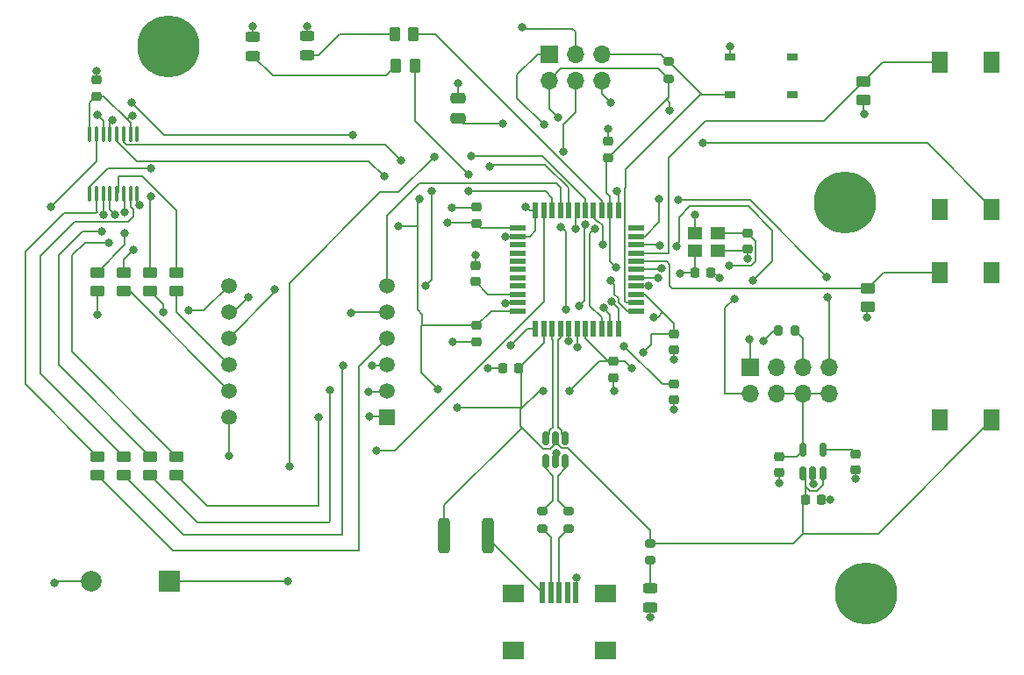
<source format=gbr>
%TF.GenerationSoftware,KiCad,Pcbnew,(7.0.0)*%
%TF.CreationDate,2023-04-20T13:48:57-06:00*%
%TF.ProjectId,Phase_B_ATMEGA_v3,50686173-655f-4425-9f41-544d4547415f,rev?*%
%TF.SameCoordinates,Original*%
%TF.FileFunction,Copper,L1,Top*%
%TF.FilePolarity,Positive*%
%FSLAX46Y46*%
G04 Gerber Fmt 4.6, Leading zero omitted, Abs format (unit mm)*
G04 Created by KiCad (PCBNEW (7.0.0)) date 2023-04-20 13:48:57*
%MOMM*%
%LPD*%
G01*
G04 APERTURE LIST*
G04 Aperture macros list*
%AMRoundRect*
0 Rectangle with rounded corners*
0 $1 Rounding radius*
0 $2 $3 $4 $5 $6 $7 $8 $9 X,Y pos of 4 corners*
0 Add a 4 corners polygon primitive as box body*
4,1,4,$2,$3,$4,$5,$6,$7,$8,$9,$2,$3,0*
0 Add four circle primitives for the rounded corners*
1,1,$1+$1,$2,$3*
1,1,$1+$1,$4,$5*
1,1,$1+$1,$6,$7*
1,1,$1+$1,$8,$9*
0 Add four rect primitives between the rounded corners*
20,1,$1+$1,$2,$3,$4,$5,0*
20,1,$1+$1,$4,$5,$6,$7,0*
20,1,$1+$1,$6,$7,$8,$9,0*
20,1,$1+$1,$8,$9,$2,$3,0*%
G04 Aperture macros list end*
%TA.AperFunction,SMDPad,CuDef*%
%ADD10RoundRect,0.225000X-0.225000X-0.250000X0.225000X-0.250000X0.225000X0.250000X-0.225000X0.250000X0*%
%TD*%
%TA.AperFunction,ComponentPad*%
%ADD11R,1.500000X1.500000*%
%TD*%
%TA.AperFunction,ComponentPad*%
%ADD12C,1.500000*%
%TD*%
%TA.AperFunction,SMDPad,CuDef*%
%ADD13RoundRect,0.243750X-0.456250X0.243750X-0.456250X-0.243750X0.456250X-0.243750X0.456250X0.243750X0*%
%TD*%
%TA.AperFunction,SMDPad,CuDef*%
%ADD14RoundRect,0.200000X0.275000X-0.200000X0.275000X0.200000X-0.275000X0.200000X-0.275000X-0.200000X0*%
%TD*%
%TA.AperFunction,SMDPad,CuDef*%
%ADD15RoundRect,0.243750X0.456250X-0.243750X0.456250X0.243750X-0.456250X0.243750X-0.456250X-0.243750X0*%
%TD*%
%TA.AperFunction,SMDPad,CuDef*%
%ADD16RoundRect,0.250000X-0.450000X0.262500X-0.450000X-0.262500X0.450000X-0.262500X0.450000X0.262500X0*%
%TD*%
%TA.AperFunction,ComponentPad*%
%ADD17C,6.000000*%
%TD*%
%TA.AperFunction,SMDPad,CuDef*%
%ADD18RoundRect,0.100000X0.100000X-0.637500X0.100000X0.637500X-0.100000X0.637500X-0.100000X-0.637500X0*%
%TD*%
%TA.AperFunction,SMDPad,CuDef*%
%ADD19R,0.550000X1.500000*%
%TD*%
%TA.AperFunction,SMDPad,CuDef*%
%ADD20R,1.500000X0.550000*%
%TD*%
%TA.AperFunction,SMDPad,CuDef*%
%ADD21RoundRect,0.150000X0.150000X-0.512500X0.150000X0.512500X-0.150000X0.512500X-0.150000X-0.512500X0*%
%TD*%
%TA.AperFunction,SMDPad,CuDef*%
%ADD22RoundRect,0.225000X-0.250000X0.225000X-0.250000X-0.225000X0.250000X-0.225000X0.250000X0.225000X0*%
%TD*%
%TA.AperFunction,SMDPad,CuDef*%
%ADD23RoundRect,0.225000X0.250000X-0.225000X0.250000X0.225000X-0.250000X0.225000X-0.250000X-0.225000X0*%
%TD*%
%TA.AperFunction,SMDPad,CuDef*%
%ADD24R,1.500000X2.000000*%
%TD*%
%TA.AperFunction,ComponentPad*%
%ADD25R,1.700000X1.700000*%
%TD*%
%TA.AperFunction,ComponentPad*%
%ADD26O,1.700000X1.700000*%
%TD*%
%TA.AperFunction,SMDPad,CuDef*%
%ADD27RoundRect,0.200000X-0.200000X-0.275000X0.200000X-0.275000X0.200000X0.275000X-0.200000X0.275000X0*%
%TD*%
%TA.AperFunction,SMDPad,CuDef*%
%ADD28R,0.500000X2.000000*%
%TD*%
%TA.AperFunction,SMDPad,CuDef*%
%ADD29R,2.000000X1.700000*%
%TD*%
%TA.AperFunction,ComponentPad*%
%ADD30R,2.000000X2.000000*%
%TD*%
%TA.AperFunction,ComponentPad*%
%ADD31C,2.000000*%
%TD*%
%TA.AperFunction,SMDPad,CuDef*%
%ADD32R,1.000000X0.700000*%
%TD*%
%TA.AperFunction,SMDPad,CuDef*%
%ADD33RoundRect,0.250000X0.312500X1.450000X-0.312500X1.450000X-0.312500X-1.450000X0.312500X-1.450000X0*%
%TD*%
%TA.AperFunction,SMDPad,CuDef*%
%ADD34RoundRect,0.250000X0.475000X-0.250000X0.475000X0.250000X-0.475000X0.250000X-0.475000X-0.250000X0*%
%TD*%
%TA.AperFunction,SMDPad,CuDef*%
%ADD35RoundRect,0.200000X-0.275000X0.200000X-0.275000X-0.200000X0.275000X-0.200000X0.275000X0.200000X0*%
%TD*%
%TA.AperFunction,SMDPad,CuDef*%
%ADD36R,1.400000X1.200000*%
%TD*%
%TA.AperFunction,SMDPad,CuDef*%
%ADD37RoundRect,0.250000X0.262500X0.450000X-0.262500X0.450000X-0.262500X-0.450000X0.262500X-0.450000X0*%
%TD*%
%TA.AperFunction,SMDPad,CuDef*%
%ADD38RoundRect,0.225000X0.225000X0.250000X-0.225000X0.250000X-0.225000X-0.250000X0.225000X-0.250000X0*%
%TD*%
%TA.AperFunction,ViaPad*%
%ADD39C,0.800000*%
%TD*%
%TA.AperFunction,Conductor*%
%ADD40C,0.203200*%
%TD*%
G04 APERTURE END LIST*
D10*
%TO.P,C3,1*%
%TO.N,XTAL2*%
X159217000Y-52070000D03*
%TO.P,C3,2*%
%TO.N,GND*%
X160767000Y-52070000D03*
%TD*%
D11*
%TO.P,U1,1,e*%
%TO.N,Net-(U1-e)*%
X129539999Y-66039999D03*
D12*
%TO.P,U1,2,d*%
%TO.N,Net-(U1-d)*%
X129540000Y-63500000D03*
%TO.P,U1,3,DPX*%
%TO.N,Net-(U1-DPX)*%
X129540000Y-60960000D03*
%TO.P,U1,4,c*%
%TO.N,Net-(U1-c)*%
X129540000Y-58420000D03*
%TO.P,U1,5,g*%
%TO.N,Net-(U1-g)*%
X129540000Y-55880000D03*
%TO.P,U1,6,CA4*%
%TO.N,Dig4*%
X129540000Y-53340000D03*
%TO.P,U1,7,b*%
%TO.N,Net-(U1-b)*%
X114300000Y-53340000D03*
%TO.P,U1,8,CA3*%
%TO.N,Dig3*%
X114300000Y-55880000D03*
%TO.P,U1,9,CA2*%
%TO.N,Dig2*%
X114300000Y-58420000D03*
%TO.P,U1,10,f*%
%TO.N,Net-(U1-f)*%
X114300000Y-60960000D03*
%TO.P,U1,11,a*%
%TO.N,Net-(U1-a)*%
X114300000Y-63500000D03*
%TO.P,U1,12,CA1*%
%TO.N,Dig1*%
X114300000Y-66040000D03*
%TD*%
D13*
%TO.P,D2,1,K*%
%TO.N,GND*%
X121793000Y-29240000D03*
%TO.P,D2,2,A*%
%TO.N,Net-(D2-A)*%
X121793000Y-31115000D03*
%TD*%
D14*
%TO.P,R15,1*%
%TO.N,Net-(J2-D-)*%
X144515000Y-76822500D03*
%TO.P,R15,2*%
%TO.N,USB_CONN_D-*%
X144515000Y-75172500D03*
%TD*%
D15*
%TO.P,D3,1,K*%
%TO.N,GND*%
X154940000Y-84425000D03*
%TO.P,D3,2,A*%
%TO.N,Net-(D3-A)*%
X154940000Y-82550000D03*
%TD*%
D16*
%TO.P,R11,1*%
%TO.N,g*%
X101600000Y-52070000D03*
%TO.P,R11,2*%
%TO.N,Net-(U1-g)*%
X101600000Y-53895000D03*
%TD*%
D17*
%TO.P,REF\u002A\u002A,1*%
%TO.N,N/C*%
X175768000Y-83108800D03*
%TD*%
D18*
%TO.P,U2,1,QB*%
%TO.N,b*%
X100860000Y-44450000D03*
%TO.P,U2,2,QC*%
%TO.N,c*%
X101510000Y-44450000D03*
%TO.P,U2,3,QD*%
%TO.N,d*%
X102160000Y-44450000D03*
%TO.P,U2,4,QE*%
%TO.N,e*%
X102810000Y-44450000D03*
%TO.P,U2,5,QF*%
%TO.N,f*%
X103460000Y-44450000D03*
%TO.P,U2,6,QG*%
%TO.N,g*%
X104110000Y-44450000D03*
%TO.P,U2,7,QH*%
%TO.N,dp*%
X104760000Y-44450000D03*
%TO.P,U2,8,GND*%
%TO.N,GND*%
X105410000Y-44450000D03*
%TO.P,U2,9,QH'*%
%TO.N,unconnected-(U2-QH'-Pad9)*%
X105410000Y-38725000D03*
%TO.P,U2,10,~{SRCLR}*%
%TO.N,+5V*%
X104760000Y-38725000D03*
%TO.P,U2,11,SRCLK*%
%TO.N,SH_CP*%
X104110000Y-38725000D03*
%TO.P,U2,12,RCLK*%
%TO.N,ST_CP*%
X103460000Y-38725000D03*
%TO.P,U2,13,~{OE}*%
%TO.N,GND*%
X102810000Y-38725000D03*
%TO.P,U2,14,SER*%
%TO.N,DS*%
X102160000Y-38725000D03*
%TO.P,U2,15,QA*%
%TO.N,a*%
X101510000Y-38725000D03*
%TO.P,U2,16,VCC*%
%TO.N,+5V*%
X100860000Y-38725000D03*
%TD*%
D19*
%TO.P,U3,1,PE6*%
%TO.N,SH_CP*%
X143854999Y-57504999D03*
%TO.P,U3,2,UVCC*%
%TO.N,+5V*%
X144654999Y-57504999D03*
%TO.P,U3,3,D-*%
%TO.N,USB_D-*%
X145454999Y-57504999D03*
%TO.P,U3,4,D+*%
%TO.N,USB_D+*%
X146254999Y-57504999D03*
%TO.P,U3,5,UGND*%
%TO.N,GND*%
X147054999Y-57504999D03*
%TO.P,U3,6,UCAP*%
%TO.N,/UCAP*%
X147854999Y-57504999D03*
%TO.P,U3,7,VBUS*%
%TO.N,+5V*%
X148654999Y-57504999D03*
%TO.P,U3,8,PB0*%
%TO.N,unconnected-(U3-PB0-Pad8)*%
X149454999Y-57504999D03*
%TO.P,U3,9,PB1*%
%TO.N,SCK*%
X150254999Y-57504999D03*
%TO.P,U3,10,PB2*%
%TO.N,MOSI*%
X151054999Y-57504999D03*
%TO.P,U3,11,PB3*%
%TO.N,MISO*%
X151854999Y-57504999D03*
D20*
%TO.P,U3,12,PB7*%
%TO.N,Dig3*%
X153554999Y-55804999D03*
%TO.P,U3,13,~{RESET}*%
%TO.N,RST*%
X153554999Y-55004999D03*
%TO.P,U3,14,VCC*%
%TO.N,+5V*%
X153554999Y-54204999D03*
%TO.P,U3,15,GND*%
%TO.N,GND*%
X153554999Y-53404999D03*
%TO.P,U3,16,XTAL2*%
%TO.N,XTAL2*%
X153554999Y-52604999D03*
%TO.P,U3,17,XTAL1*%
%TO.N,XTAL1*%
X153554999Y-51804999D03*
%TO.P,U3,18,PD0*%
%TO.N,Button_2*%
X153554999Y-51004999D03*
%TO.P,U3,19,PD1*%
%TO.N,Button_1*%
X153554999Y-50204999D03*
%TO.P,U3,20,PD2*%
%TO.N,TX*%
X153554999Y-49404999D03*
%TO.P,U3,21,PD3*%
%TO.N,RX*%
X153554999Y-48604999D03*
%TO.P,U3,22,PD5*%
%TO.N,unconnected-(U3-PD5-Pad22)*%
X153554999Y-47804999D03*
D19*
%TO.P,U3,23,GND*%
%TO.N,GND*%
X151854999Y-46104999D03*
%TO.P,U3,24,AVCC*%
%TO.N,+5V*%
X151054999Y-46104999D03*
%TO.P,U3,25,PD4*%
%TO.N,GREEN_LED*%
X150254999Y-46104999D03*
%TO.P,U3,26,PD6*%
%TO.N,Dig2*%
X149454999Y-46104999D03*
%TO.P,U3,27,PD7*%
%TO.N,Buzzer*%
X148654999Y-46104999D03*
%TO.P,U3,28,PB4*%
%TO.N,ST_CP*%
X147854999Y-46104999D03*
%TO.P,U3,29,PB5*%
%TO.N,DS*%
X147054999Y-46104999D03*
%TO.P,U3,30,PB6*%
%TO.N,Dig4*%
X146254999Y-46104999D03*
%TO.P,U3,31,PC6*%
%TO.N,RED_LED*%
X145454999Y-46104999D03*
%TO.P,U3,32,PC7*%
%TO.N,Dig1*%
X144654999Y-46104999D03*
%TO.P,U3,33,~{HWB}/PE2*%
%TO.N,GND*%
X143854999Y-46104999D03*
D20*
%TO.P,U3,34,VCC*%
%TO.N,+5V*%
X142154999Y-47804999D03*
%TO.P,U3,35,GND*%
%TO.N,GND*%
X142154999Y-48604999D03*
%TO.P,U3,36,PF7*%
%TO.N,unconnected-(U3-PF7-Pad36)*%
X142154999Y-49404999D03*
%TO.P,U3,37,PF6*%
%TO.N,unconnected-(U3-PF6-Pad37)*%
X142154999Y-50204999D03*
%TO.P,U3,38,PF5*%
%TO.N,unconnected-(U3-PF5-Pad38)*%
X142154999Y-51004999D03*
%TO.P,U3,39,PF4*%
%TO.N,unconnected-(U3-PF4-Pad39)*%
X142154999Y-51804999D03*
%TO.P,U3,40,PF1*%
%TO.N,unconnected-(U3-PF1-Pad40)*%
X142154999Y-52604999D03*
%TO.P,U3,41,PF0*%
%TO.N,unconnected-(U3-PF0-Pad41)*%
X142154999Y-53404999D03*
%TO.P,U3,42,AREF*%
%TO.N,/AREF*%
X142154999Y-54204999D03*
%TO.P,U3,43,GND*%
%TO.N,GND*%
X142154999Y-55004999D03*
%TO.P,U3,44,AVCC*%
%TO.N,+5V*%
X142154999Y-55804999D03*
%TD*%
D14*
%TO.P,R13,1*%
%TO.N,+5V*%
X156718000Y-33375600D03*
%TO.P,R13,2*%
%TO.N,RST*%
X156718000Y-31725600D03*
%TD*%
D17*
%TO.P,REF\u002A\u002A,1*%
%TO.N,N/C*%
X173685200Y-45313600D03*
%TD*%
%TO.P,REF\u002A\u002A,1*%
%TO.N,N/C*%
X108458000Y-30276800D03*
%TD*%
D21*
%TO.P,U5,1,VIN*%
%TO.N,+5V*%
X169672000Y-71501000D03*
%TO.P,U5,2,GND*%
%TO.N,GND*%
X170622000Y-71501000D03*
%TO.P,U5,3,ON/~{OFF}*%
%TO.N,+5V*%
X171572000Y-71501000D03*
%TO.P,U5,4,BP*%
%TO.N,Net-(U5-BP)*%
X171572000Y-69226000D03*
%TO.P,U5,5,VOUT*%
%TO.N,+3.3V*%
X169672000Y-69226000D03*
%TD*%
D16*
%TO.P,R8,1*%
%TO.N,d*%
X106680000Y-69850000D03*
%TO.P,R8,2*%
%TO.N,Net-(U1-d)*%
X106680000Y-71675000D03*
%TD*%
D22*
%TO.P,C15,1*%
%TO.N,Net-(U5-BP)*%
X174752000Y-69596000D03*
%TO.P,C15,2*%
%TO.N,GND*%
X174752000Y-71146000D03*
%TD*%
D16*
%TO.P,R7,1*%
%TO.N,c*%
X101600000Y-69850000D03*
%TO.P,R7,2*%
%TO.N,Net-(U1-c)*%
X101600000Y-71675000D03*
%TD*%
D23*
%TO.P,C12,1*%
%TO.N,/AREF*%
X138049000Y-52959000D03*
%TO.P,C12,2*%
%TO.N,GND*%
X138049000Y-51409000D03*
%TD*%
D24*
%TO.P,S2,A1,NO_1*%
%TO.N,unconnected-(S2-NO_1-PadA1)*%
X182879999Y-66369999D03*
%TO.P,S2,B1,NO_2*%
%TO.N,Button_2*%
X182879999Y-52069999D03*
%TO.P,S2,C1,COM_1*%
%TO.N,+5V*%
X187879999Y-66369999D03*
%TO.P,S2,D1,COM_2*%
%TO.N,unconnected-(S2-COM_2-PadD1)*%
X187879999Y-52069999D03*
%TD*%
D25*
%TO.P,J1,1,MISO*%
%TO.N,MISO*%
X145160999Y-30987999D03*
D26*
%TO.P,J1,2,VCC*%
%TO.N,+5V*%
X145160999Y-33527999D03*
%TO.P,J1,3,SCK*%
%TO.N,SCK*%
X147700999Y-30987999D03*
%TO.P,J1,4,MOSI*%
%TO.N,MOSI*%
X147700999Y-33527999D03*
%TO.P,J1,5,~{RST}*%
%TO.N,RST*%
X150240999Y-30987999D03*
%TO.P,J1,6,GND*%
%TO.N,GND*%
X150240999Y-33527999D03*
%TD*%
D16*
%TO.P,R1,1*%
%TO.N,Button_1*%
X175514000Y-33608000D03*
%TO.P,R1,2*%
%TO.N,GND*%
X175514000Y-35433000D03*
%TD*%
D23*
%TO.P,C2,1*%
%TO.N,GND*%
X164297000Y-49810000D03*
%TO.P,C2,2*%
%TO.N,XTAL1*%
X164297000Y-48260000D03*
%TD*%
D27*
%TO.P,R17,1*%
%TO.N,+3.3V*%
X167257000Y-57674000D03*
%TO.P,R17,2*%
%TO.N,Net-(J3-Pin_5)*%
X168907000Y-57674000D03*
%TD*%
D16*
%TO.P,R10,1*%
%TO.N,f*%
X109220000Y-52070000D03*
%TO.P,R10,2*%
%TO.N,Net-(U1-f)*%
X109220000Y-53895000D03*
%TD*%
D28*
%TO.P,J2,1,VBUS*%
%TO.N,Net-(J2-VBUS)*%
X144524999Y-83012499D03*
%TO.P,J2,2,D-*%
%TO.N,Net-(J2-D-)*%
X145324999Y-83012499D03*
%TO.P,J2,3,D+*%
%TO.N,Net-(J2-D+)*%
X146124999Y-83012499D03*
%TO.P,J2,4,ID*%
%TO.N,unconnected-(J2-ID-Pad4)*%
X146924999Y-83012499D03*
%TO.P,J2,5,GND*%
%TO.N,GND*%
X147724999Y-83012499D03*
D29*
%TO.P,J2,6,Shield*%
%TO.N,unconnected-(J2-Shield-Pad6)*%
X141674999Y-83112499D03*
X141674999Y-88562499D03*
X150574999Y-83112499D03*
X150574999Y-88562499D03*
%TD*%
D23*
%TO.P,C7,1*%
%TO.N,+5V*%
X138165000Y-47345000D03*
%TO.P,C7,2*%
%TO.N,GND*%
X138165000Y-45795000D03*
%TD*%
D30*
%TO.P,LS1,1,1*%
%TO.N,Buzzer*%
X108564999Y-81914999D03*
D31*
%TO.P,LS1,2,2*%
%TO.N,GND*%
X100965000Y-81915000D03*
%TD*%
D22*
%TO.P,C9,1*%
%TO.N,/UCAP*%
X157226000Y-62865000D03*
%TO.P,C9,2*%
%TO.N,GND*%
X157226000Y-64415000D03*
%TD*%
D16*
%TO.P,R5,1*%
%TO.N,a*%
X104140000Y-52070000D03*
%TO.P,R5,2*%
%TO.N,Net-(U1-a)*%
X104140000Y-53895000D03*
%TD*%
D21*
%TO.P,U4,1,I/O1*%
%TO.N,USB_CONN_D-*%
X144835000Y-70340000D03*
%TO.P,U4,2,GND*%
%TO.N,GND*%
X145785000Y-70340000D03*
%TO.P,U4,3,I/O2*%
%TO.N,USB_CONN_D+*%
X146735000Y-70340000D03*
%TO.P,U4,4,I/O2*%
%TO.N,USB_D+*%
X146735000Y-68065000D03*
%TO.P,U4,5,VBUS*%
%TO.N,+5V*%
X145785000Y-68065000D03*
%TO.P,U4,6,I/O1*%
%TO.N,USB_D-*%
X144835000Y-68065000D03*
%TD*%
D16*
%TO.P,R6,1*%
%TO.N,b*%
X106680000Y-52070000D03*
%TO.P,R6,2*%
%TO.N,Net-(U1-b)*%
X106680000Y-53895000D03*
%TD*%
D32*
%TO.P,S3,1*%
%TO.N,GND*%
X162655999Y-31241999D03*
%TO.P,S3,2*%
%TO.N,N/C*%
X168655999Y-31241999D03*
%TO.P,S3,3*%
%TO.N,RST*%
X162655999Y-34941999D03*
%TO.P,S3,4*%
%TO.N,N/C*%
X168655999Y-34941999D03*
%TD*%
D16*
%TO.P,R9,1*%
%TO.N,e*%
X109220000Y-69850000D03*
%TO.P,R9,2*%
%TO.N,Net-(U1-e)*%
X109220000Y-71675000D03*
%TD*%
D23*
%TO.P,C1,1*%
%TO.N,+5V*%
X101473000Y-35052000D03*
%TO.P,C1,2*%
%TO.N,GND*%
X101473000Y-33502000D03*
%TD*%
D33*
%TO.P,F1,1*%
%TO.N,Net-(J2-VBUS)*%
X139297500Y-77470000D03*
%TO.P,F1,2*%
%TO.N,+5V*%
X135022500Y-77470000D03*
%TD*%
D34*
%TO.P,C8,1*%
%TO.N,+5V*%
X136347200Y-37185600D03*
%TO.P,C8,2*%
%TO.N,GND*%
X136347200Y-35285600D03*
%TD*%
D16*
%TO.P,R2,1*%
%TO.N,Button_2*%
X175895000Y-53594000D03*
%TO.P,R2,2*%
%TO.N,GND*%
X175895000Y-55419000D03*
%TD*%
D25*
%TO.P,J3,1,Pin_1*%
%TO.N,GND*%
X164591999Y-61213999D03*
D26*
%TO.P,J3,2,Pin_2*%
%TO.N,TX*%
X164591999Y-63753999D03*
%TO.P,J3,3,Pin_3*%
%TO.N,unconnected-(J3-Pin_3-Pad3)*%
X167131999Y-61213999D03*
%TO.P,J3,4,Pin_4*%
%TO.N,+3.3V*%
X167131999Y-63753999D03*
%TO.P,J3,5,Pin_5*%
%TO.N,Net-(J3-Pin_5)*%
X169671999Y-61213999D03*
%TO.P,J3,6,Pin_6*%
%TO.N,+3.3V*%
X169671999Y-63753999D03*
%TO.P,J3,7,Pin_7*%
%TO.N,RX*%
X172211999Y-61213999D03*
%TO.P,J3,8,Pin_8*%
%TO.N,+3.3V*%
X172211999Y-63753999D03*
%TD*%
D10*
%TO.P,C13,1*%
%TO.N,+5V*%
X169900000Y-74041000D03*
%TO.P,C13,2*%
%TO.N,GND*%
X171450000Y-74041000D03*
%TD*%
D35*
%TO.P,R16,1*%
%TO.N,+5V*%
X154940000Y-78233000D03*
%TO.P,R16,2*%
%TO.N,Net-(D3-A)*%
X154940000Y-79883000D03*
%TD*%
D36*
%TO.P,Y1,1,1*%
%TO.N,XTAL1*%
X161416999Y-48259999D03*
%TO.P,Y1,2,2*%
%TO.N,GND*%
X159216999Y-48259999D03*
%TO.P,Y1,3,3*%
%TO.N,XTAL2*%
X159216999Y-49959999D03*
%TO.P,Y1,4,4*%
%TO.N,GND*%
X161416999Y-49959999D03*
%TD*%
D37*
%TO.P,R4,1*%
%TO.N,GREEN_LED*%
X132103500Y-29083000D03*
%TO.P,R4,2*%
%TO.N,Net-(D2-A)*%
X130278500Y-29083000D03*
%TD*%
D22*
%TO.P,C6,1*%
%TO.N,+5V*%
X138165000Y-57225000D03*
%TO.P,C6,2*%
%TO.N,GND*%
X138165000Y-58775000D03*
%TD*%
%TO.P,C14,1*%
%TO.N,+3.3V*%
X167386000Y-69850000D03*
%TO.P,C14,2*%
%TO.N,GND*%
X167386000Y-71400000D03*
%TD*%
D14*
%TO.P,R14,1*%
%TO.N,Net-(J2-D+)*%
X147055000Y-76822500D03*
%TO.P,R14,2*%
%TO.N,USB_CONN_D+*%
X147055000Y-75172500D03*
%TD*%
D38*
%TO.P,C5,1*%
%TO.N,+5V*%
X142255000Y-61315000D03*
%TO.P,C5,2*%
%TO.N,GND*%
X140705000Y-61315000D03*
%TD*%
D22*
%TO.P,C11,1*%
%TO.N,+5V*%
X157215000Y-58000000D03*
%TO.P,C11,2*%
%TO.N,GND*%
X157215000Y-59550000D03*
%TD*%
D24*
%TO.P,S1,A1,NO_1*%
%TO.N,unconnected-(S1-NO_1-PadA1)*%
X182879999Y-46049999D03*
%TO.P,S1,B1,NO_2*%
%TO.N,Button_1*%
X182879999Y-31749999D03*
%TO.P,S1,C1,COM_1*%
%TO.N,+5V*%
X187879999Y-46049999D03*
%TO.P,S1,D1,COM_2*%
%TO.N,unconnected-(S1-COM_2-PadD1)*%
X187879999Y-31749999D03*
%TD*%
D22*
%TO.P,C4,1*%
%TO.N,+5V*%
X151384000Y-60680000D03*
%TO.P,C4,2*%
%TO.N,GND*%
X151384000Y-62230000D03*
%TD*%
D23*
%TO.P,C10,1*%
%TO.N,+5V*%
X150865000Y-40995000D03*
%TO.P,C10,2*%
%TO.N,GND*%
X150865000Y-39445000D03*
%TD*%
D16*
%TO.P,R12,1*%
%TO.N,dp*%
X104140000Y-69850000D03*
%TO.P,R12,2*%
%TO.N,Net-(U1-DPX)*%
X104140000Y-71675000D03*
%TD*%
D37*
%TO.P,R3,1*%
%TO.N,RED_LED*%
X132230500Y-32131000D03*
%TO.P,R3,2*%
%TO.N,Net-(D1-A)*%
X130405500Y-32131000D03*
%TD*%
D13*
%TO.P,D1,1,K*%
%TO.N,GND*%
X116586000Y-29288500D03*
%TO.P,D1,2,A*%
%TO.N,Net-(D1-A)*%
X116586000Y-31163500D03*
%TD*%
D39*
%TO.N,GND*%
X142900400Y-45720000D03*
%TO.N,+5V*%
X147167600Y-63500000D03*
X132689600Y-45008800D03*
X105003600Y-36982400D03*
X160020000Y-39573200D03*
X155244800Y-56388000D03*
X130657600Y-47599600D03*
X145999200Y-37134800D03*
X151587200Y-51562000D03*
X144576800Y-63500000D03*
X156819600Y-36474400D03*
X154279600Y-59791600D03*
X136296400Y-65125600D03*
X140665200Y-37744400D03*
X153162000Y-61366400D03*
X134467600Y-63398400D03*
X135331200Y-47294800D03*
%TO.N,GND*%
X105664000Y-45618400D03*
X140919200Y-48615600D03*
X139242800Y-61366400D03*
X116586000Y-28295600D03*
X147015200Y-58724800D03*
X151079200Y-35712400D03*
X161594800Y-52628800D03*
X135839200Y-58775600D03*
X175869600Y-56388000D03*
X97434400Y-82042000D03*
X154940000Y-85344000D03*
X150825200Y-38201600D03*
X151739600Y-44196000D03*
X159207200Y-46482000D03*
X175564800Y-36779200D03*
X147777200Y-81534000D03*
X164338000Y-50749200D03*
X170637200Y-72491600D03*
X162661600Y-30276800D03*
X136398000Y-33832800D03*
X157226000Y-60452000D03*
X157226000Y-65328800D03*
X101498400Y-32613600D03*
X151434800Y-63550800D03*
X172313600Y-74015600D03*
X140919200Y-55067200D03*
X135788400Y-45872400D03*
X121818400Y-28295600D03*
X145864942Y-69535709D03*
X103022400Y-37338000D03*
X167335200Y-72440800D03*
X154736800Y-53390800D03*
X138074400Y-50444400D03*
X174752000Y-72034400D03*
X164490400Y-58521600D03*
%TO.N,XTAL1*%
X156057600Y-51714400D03*
X162509200Y-51460400D03*
%TO.N,XTAL2*%
X157808819Y-52161500D03*
X155663746Y-52633032D03*
%TO.N,/UCAP*%
X152400000Y-59182000D03*
X147878800Y-59283600D03*
%TO.N,+3.3V*%
X165862000Y-58674000D03*
%TO.N,MISO*%
X148082000Y-55321200D03*
X151194928Y-54887520D03*
X148652420Y-47477444D03*
X144678400Y-37835900D03*
%TO.N,SCK*%
X142544800Y-28397200D03*
X149578644Y-47853096D03*
%TO.N,MOSI*%
X146761200Y-55626000D03*
X150418800Y-55524400D03*
X146307022Y-47671872D03*
X146558000Y-40436800D03*
%TO.N,TX*%
X164846000Y-52882800D03*
X163017200Y-54610000D03*
X155854400Y-49479200D03*
X157480000Y-49580800D03*
%TO.N,RX*%
X155752800Y-45008800D03*
X172008800Y-54457600D03*
X157632400Y-45110400D03*
X171958000Y-52527200D03*
%TO.N,Buzzer*%
X134112000Y-40894000D03*
X119989600Y-81940400D03*
X137617200Y-40843200D03*
X120091200Y-70815200D03*
%TO.N,RED_LED*%
X137414000Y-42621200D03*
X137414000Y-44246800D03*
%TO.N,a*%
X97129600Y-45720000D03*
X105054400Y-49885600D03*
%TO.N,b*%
X106730800Y-42052300D03*
X106730800Y-44754800D03*
%TO.N,Net-(U1-b)*%
X110388400Y-55778400D03*
X107950000Y-55930800D03*
%TO.N,d*%
X102209600Y-46482000D03*
X102016500Y-48128787D03*
%TO.N,Net-(U1-d)*%
X124002800Y-63449200D03*
X127762000Y-63601600D03*
%TO.N,e*%
X102717600Y-49184500D03*
X103265865Y-46495472D03*
%TO.N,Net-(U1-e)*%
X122936000Y-66040000D03*
X127863600Y-65989200D03*
%TO.N,g*%
X104241600Y-46278800D03*
X104241600Y-48310800D03*
%TO.N,Net-(U1-g)*%
X126034800Y-55981600D03*
X101600000Y-56184800D03*
%TO.N,Net-(U1-DPX)*%
X128117600Y-61061600D03*
X125323600Y-61061600D03*
%TO.N,Dig3*%
X116128800Y-54457600D03*
X151079200Y-52882800D03*
%TO.N,Dig2*%
X118719600Y-53695600D03*
X150353900Y-49395459D03*
%TO.N,Dig1*%
X114249200Y-69799200D03*
X128473200Y-69291200D03*
%TO.N,SH_CP*%
X133248400Y-53340000D03*
X133807200Y-44246800D03*
X130860800Y-41300400D03*
X141474078Y-59105629D03*
%TO.N,ST_CP*%
X129235200Y-42824400D03*
X147726400Y-47853600D03*
%TO.N,DS*%
X139395200Y-41859200D03*
X104851200Y-35661600D03*
X126187200Y-38811200D03*
X101600000Y-36880800D03*
%TD*%
D40*
%TO.N,GND*%
X143317400Y-48605000D02*
X143855000Y-48067400D01*
X143855000Y-48067400D02*
X143855000Y-46105000D01*
X142155000Y-48605000D02*
X143317400Y-48605000D01*
X143285400Y-46105000D02*
X142900400Y-45720000D01*
X143855000Y-46105000D02*
X143285400Y-46105000D01*
%TO.N,+5V*%
X147007100Y-69029100D02*
X146397941Y-69029100D01*
X151384000Y-60680000D02*
X150876800Y-60680000D01*
X104424304Y-37307696D02*
X102168609Y-35052000D01*
X169900000Y-74041000D02*
X169900000Y-72745600D01*
X144573413Y-69104572D02*
X145304573Y-69104572D01*
X157201400Y-58013600D02*
X157215000Y-58000000D01*
X156819600Y-36474400D02*
X156819600Y-35661600D01*
X187880000Y-45800000D02*
X181653200Y-39573200D01*
X170346794Y-73192700D02*
X169900000Y-72745906D01*
X104760000Y-38725000D02*
X104760000Y-37643391D01*
X145785000Y-68624145D02*
X145785000Y-68065000D01*
X169900000Y-72745600D02*
X169900000Y-71729000D01*
X132943600Y-56134000D02*
X132486400Y-55676800D01*
X151055000Y-51029800D02*
X151587200Y-51562000D01*
X151055000Y-46105000D02*
X151055000Y-51029800D01*
X145304573Y-69104572D02*
X145785000Y-68624145D01*
X156718000Y-35142000D02*
X156718000Y-33375600D01*
X102168609Y-35052000D02*
X101473000Y-35052000D01*
X142392400Y-65125600D02*
X142494000Y-65227200D01*
X142534820Y-67065980D02*
X144573413Y-69104572D01*
X132435600Y-47599600D02*
X132486400Y-47650400D01*
X151384000Y-60680000D02*
X152475600Y-60680000D01*
X171572000Y-71501000D02*
X171572000Y-72599106D01*
X154990800Y-58013600D02*
X157201400Y-58013600D01*
X132689600Y-45008800D02*
X132486400Y-45212000D01*
X156819600Y-35661600D02*
X156509000Y-35351000D01*
X138165000Y-47345000D02*
X138625000Y-47805000D01*
X135022500Y-74578300D02*
X142534820Y-67065980D01*
X169900000Y-71729000D02*
X169672000Y-71501000D01*
X130657600Y-47599600D02*
X132435600Y-47599600D01*
X157215000Y-58000000D02*
X157215000Y-57036800D01*
X155244800Y-56388000D02*
X155651200Y-56388000D01*
X144221200Y-63500000D02*
X142494000Y-65227200D01*
X142392400Y-66923559D02*
X142534820Y-67065980D01*
X138625000Y-47805000D02*
X142155000Y-47805000D01*
X187880000Y-66370000D02*
X176932400Y-77317600D01*
X154940000Y-76962000D02*
X147007100Y-69029100D01*
X132486400Y-45212000D02*
X132486400Y-47650400D01*
X150723600Y-44399200D02*
X150723600Y-41136400D01*
X154990800Y-59080400D02*
X154990800Y-58013600D01*
X151384000Y-60680000D02*
X149987600Y-60680000D01*
X142494000Y-65227200D02*
X142494000Y-61554000D01*
X142255000Y-61315000D02*
X144655000Y-58915000D01*
X169621200Y-77317600D02*
X169621200Y-74319800D01*
X187880000Y-46050000D02*
X187880000Y-45800000D01*
X145999200Y-37134800D02*
X145161000Y-36296600D01*
X176932400Y-77317600D02*
X169621200Y-77317600D01*
X145161000Y-36296600D02*
X145161000Y-33528000D01*
X155718800Y-32376400D02*
X146312600Y-32376400D01*
X155651200Y-56388000D02*
X156108700Y-55930500D01*
X104749600Y-36982400D02*
X105003600Y-36982400D01*
X136906000Y-37744400D02*
X140665200Y-37744400D01*
X104760000Y-37643391D02*
X104424304Y-37307696D01*
X100860000Y-35665000D02*
X101473000Y-35052000D01*
X104424304Y-37307696D02*
X104749600Y-36982400D01*
X181653200Y-39573200D02*
X160020000Y-39573200D01*
X156718000Y-33375600D02*
X155718800Y-32376400D01*
X154383200Y-54205000D02*
X153555000Y-54205000D01*
X139585000Y-55805000D02*
X142155000Y-55805000D01*
X132815400Y-57225000D02*
X132791200Y-57200800D01*
X146312600Y-32376400D02*
X145161000Y-33528000D01*
X168705800Y-78233000D02*
X169621200Y-77317600D01*
X145785000Y-68416159D02*
X145785000Y-68065000D01*
X151055000Y-44730600D02*
X150723600Y-44399200D01*
X150865000Y-40995000D02*
X156509000Y-35351000D01*
X132791200Y-57200800D02*
X132791200Y-61722000D01*
X149987600Y-60680000D02*
X147167600Y-63500000D01*
X132943600Y-57225000D02*
X132943600Y-56134000D01*
X154279600Y-59791600D02*
X154990800Y-59080400D01*
X151055000Y-46105000D02*
X151055000Y-44730600D01*
X150723600Y-41136400D02*
X150865000Y-40995000D01*
X136296400Y-65125600D02*
X142392400Y-65125600D01*
X148655000Y-58458200D02*
X148655000Y-57505000D01*
X142392400Y-65125600D02*
X142392400Y-66923559D01*
X169900000Y-72745906D02*
X169900000Y-72745600D01*
X170978406Y-73192700D02*
X170346794Y-73192700D01*
X138114800Y-47294800D02*
X138165000Y-47345000D01*
X171572000Y-72599106D02*
X170978406Y-73192700D01*
X146397941Y-69029100D02*
X145785000Y-68416159D01*
X154940000Y-78233000D02*
X154940000Y-76962000D01*
X100860000Y-38725000D02*
X100860000Y-35665000D01*
X156108700Y-55930500D02*
X154383200Y-54205000D01*
X150876800Y-60680000D02*
X148655000Y-58458200D01*
X136347200Y-37185600D02*
X136906000Y-37744400D01*
X135331200Y-47294800D02*
X138114800Y-47294800D01*
X132486400Y-47650400D02*
X132486400Y-55676800D01*
X152475600Y-60680000D02*
X153162000Y-61366400D01*
X169621200Y-74319800D02*
X169900000Y-74041000D01*
X132791200Y-61722000D02*
X134467600Y-63398400D01*
X144576800Y-63500000D02*
X144221200Y-63500000D01*
X142494000Y-61554000D02*
X142255000Y-61315000D01*
X138165000Y-57225000D02*
X139585000Y-55805000D01*
X144655000Y-58915000D02*
X144655000Y-57505000D01*
X156509000Y-35351000D02*
X156718000Y-35142000D01*
X157215000Y-57036800D02*
X156108700Y-55930500D01*
X135022500Y-77470000D02*
X135022500Y-74578300D01*
X132943600Y-57225000D02*
X132815400Y-57225000D01*
X154940000Y-78233000D02*
X168705800Y-78233000D01*
X138165000Y-57225000D02*
X132943600Y-57225000D01*
%TO.N,GND*%
X164592000Y-58623200D02*
X164490400Y-58521600D01*
X142155000Y-55005000D02*
X140981400Y-55005000D01*
X136347200Y-35285600D02*
X136347200Y-33883600D01*
X157215000Y-59550000D02*
X157215000Y-60441000D01*
X154722600Y-53405000D02*
X154736800Y-53390800D01*
X161417000Y-49960000D02*
X164147000Y-49960000D01*
X151855000Y-46105000D02*
X151855000Y-44311400D01*
X101473000Y-33502000D02*
X101473000Y-32639000D01*
X150865000Y-39445000D02*
X150865000Y-38241400D01*
X138087600Y-45872400D02*
X135788400Y-45872400D01*
X157215000Y-60441000D02*
X157226000Y-60452000D01*
X140981400Y-55005000D02*
X140919200Y-55067200D01*
X97561400Y-81915000D02*
X97434400Y-82042000D01*
X136347200Y-33883600D02*
X136398000Y-33832800D01*
X164297000Y-50708200D02*
X164338000Y-50749200D01*
X159217000Y-48260000D02*
X159217000Y-46491800D01*
X151384000Y-62230000D02*
X151384000Y-63500000D01*
X145785000Y-70340000D02*
X145785000Y-69615651D01*
X139294200Y-61315000D02*
X139242800Y-61366400D01*
X150241000Y-34874200D02*
X151079200Y-35712400D01*
X135839800Y-58775000D02*
X135839200Y-58775600D01*
X105410000Y-45364400D02*
X105664000Y-45618400D01*
X175869600Y-55444400D02*
X175895000Y-55419000D01*
X121793000Y-29240000D02*
X121793000Y-28321000D01*
X150865000Y-38241400D02*
X150825200Y-38201600D01*
X138049000Y-51409000D02*
X138049000Y-50469800D01*
X170622000Y-72476400D02*
X170637200Y-72491600D01*
X160767000Y-52070000D02*
X161036000Y-52070000D01*
X154940000Y-85344000D02*
X154940000Y-84425000D01*
X164592000Y-61214000D02*
X164592000Y-58623200D01*
X147777200Y-82960300D02*
X147725000Y-83012500D01*
X147777200Y-81534000D02*
X147777200Y-82960300D01*
X175514000Y-35433000D02*
X175514000Y-36728400D01*
X100965000Y-81915000D02*
X97561400Y-81915000D01*
X138165000Y-58775000D02*
X135839800Y-58775000D01*
X161036000Y-52070000D02*
X161594800Y-52628800D01*
X175514000Y-36728400D02*
X175564800Y-36779200D01*
X150241000Y-33528000D02*
X150241000Y-34874200D01*
X162661600Y-31236400D02*
X162656000Y-31242000D01*
X151855000Y-44311400D02*
X151739600Y-44196000D01*
X174752000Y-72034400D02*
X174752000Y-71146000D01*
X142155000Y-48605000D02*
X140929800Y-48605000D01*
X102810000Y-38725000D02*
X102810000Y-37550400D01*
X121793000Y-28321000D02*
X121818400Y-28295600D01*
X151384000Y-63500000D02*
X151434800Y-63550800D01*
X170622000Y-71501000D02*
X170622000Y-72476400D01*
X145785000Y-69615651D02*
X145864942Y-69535709D01*
X172313600Y-74015600D02*
X171475400Y-74015600D01*
X164147000Y-49960000D02*
X164297000Y-49810000D01*
X153555000Y-53405000D02*
X154722600Y-53405000D01*
X105410000Y-44450000D02*
X105410000Y-45364400D01*
X171475400Y-74015600D02*
X171450000Y-74041000D01*
X147055000Y-58685000D02*
X147015200Y-58724800D01*
X175869600Y-56388000D02*
X175869600Y-55444400D01*
X138049000Y-50469800D02*
X138074400Y-50444400D01*
X147055000Y-57505000D02*
X147055000Y-58685000D01*
X140705000Y-61315000D02*
X139294200Y-61315000D01*
X140929800Y-48605000D02*
X140919200Y-48615600D01*
X101473000Y-32639000D02*
X101498400Y-32613600D01*
X159217000Y-46491800D02*
X159207200Y-46482000D01*
X138165000Y-45795000D02*
X138087600Y-45872400D01*
X164297000Y-49810000D02*
X164297000Y-50708200D01*
X162661600Y-30276800D02*
X162661600Y-31236400D01*
X167386000Y-71400000D02*
X167386000Y-72390000D01*
X116586000Y-29288500D02*
X116586000Y-28295600D01*
X102810000Y-37550400D02*
X103022400Y-37338000D01*
X157226000Y-64415000D02*
X157226000Y-65328800D01*
X167386000Y-72390000D02*
X167335200Y-72440800D01*
%TO.N,XTAL1*%
X164297000Y-48260000D02*
X165089900Y-49052900D01*
X156057600Y-51714400D02*
X155967000Y-51805000D01*
X165089900Y-49052900D02*
X165089900Y-50988806D01*
X161417000Y-48260000D02*
X164297000Y-48260000D01*
X164618306Y-51460400D02*
X162509200Y-51460400D01*
X165089900Y-50988806D02*
X164618306Y-51460400D01*
X155967000Y-51805000D02*
X153555000Y-51805000D01*
%TO.N,XTAL2*%
X157900319Y-52070000D02*
X157808819Y-52161500D01*
X155635714Y-52605000D02*
X155663746Y-52633032D01*
X153555000Y-52605000D02*
X155635714Y-52605000D01*
X159217000Y-52070000D02*
X159217000Y-49960000D01*
X159217000Y-52070000D02*
X157900319Y-52070000D01*
%TO.N,/UCAP*%
X156083000Y-62865000D02*
X152400000Y-59182000D01*
X147878800Y-59283600D02*
X147878800Y-57528800D01*
X157226000Y-62865000D02*
X156083000Y-62865000D01*
X147878800Y-57528800D02*
X147855000Y-57505000D01*
%TO.N,/AREF*%
X138049000Y-52959000D02*
X139295000Y-54205000D01*
X139295000Y-54205000D02*
X142155000Y-54205000D01*
%TO.N,+3.3V*%
X167257000Y-57674000D02*
X166862000Y-57674000D01*
X169048000Y-69850000D02*
X169672000Y-69226000D01*
X166862000Y-57674000D02*
X165862000Y-58674000D01*
X167132000Y-63754000D02*
X169672000Y-63754000D01*
X169672000Y-63754000D02*
X169672000Y-69226000D01*
X172212000Y-63754000D02*
X169672000Y-63754000D01*
X167386000Y-69850000D02*
X169048000Y-69850000D01*
%TO.N,Net-(U5-BP)*%
X174752000Y-69596000D02*
X174382000Y-69226000D01*
X174382000Y-69226000D02*
X171572000Y-69226000D01*
%TO.N,Net-(D1-A)*%
X118493300Y-33070800D02*
X129465700Y-33070800D01*
X116586000Y-31163500D02*
X118493300Y-33070800D01*
X129465700Y-33070800D02*
X130405500Y-32131000D01*
%TO.N,Net-(D2-A)*%
X124993400Y-29083000D02*
X130278500Y-29083000D01*
X121793000Y-31115000D02*
X122961400Y-31115000D01*
X122961400Y-31115000D02*
X124993400Y-29083000D01*
%TO.N,Net-(D3-A)*%
X154940000Y-82550000D02*
X154940000Y-79883000D01*
%TO.N,Net-(J2-VBUS)*%
X139297500Y-77470000D02*
X139297500Y-77785000D01*
X139297500Y-77785000D02*
X144525000Y-83012500D01*
%TO.N,MISO*%
X142087600Y-35245100D02*
X144678400Y-37835900D01*
X151855000Y-57505000D02*
X151855000Y-55547592D01*
X151855000Y-55547592D02*
X151194928Y-54887520D01*
X148082000Y-55321200D02*
X148573465Y-54829735D01*
X142087600Y-33008200D02*
X142087600Y-35245100D01*
X144107800Y-30988000D02*
X142087600Y-33008200D01*
X148573465Y-54829735D02*
X148573465Y-47556399D01*
X148573465Y-47556399D02*
X148652420Y-47477444D01*
X145161000Y-30988000D02*
X144107800Y-30988000D01*
%TO.N,SCK*%
X149098000Y-48333740D02*
X149578644Y-47853096D01*
X150255000Y-56453706D02*
X149098000Y-55296706D01*
X147701000Y-30988000D02*
X147701000Y-28829000D01*
X149098000Y-55296706D02*
X149098000Y-48333740D01*
X147421600Y-28549600D02*
X142697200Y-28549600D01*
X150255000Y-57505000D02*
X150255000Y-56453706D01*
X142697200Y-28549600D02*
X142544800Y-28397200D01*
X147701000Y-28829000D02*
X147421600Y-28549600D01*
%TO.N,MOSI*%
X147701000Y-36601400D02*
X147701000Y-33528000D01*
X151055000Y-57505000D02*
X151055000Y-56160600D01*
X147726400Y-36626800D02*
X147701000Y-36601400D01*
X151055000Y-56160600D02*
X150418800Y-55524400D01*
X146761200Y-48126050D02*
X146307022Y-47671872D01*
X146558000Y-40436800D02*
X146558000Y-37795200D01*
X146558000Y-37795200D02*
X147726400Y-36626800D01*
X146761200Y-55626000D02*
X146761200Y-48126050D01*
%TO.N,RST*%
X155980400Y-30988000D02*
X150241000Y-30988000D01*
X152593100Y-43927606D02*
X152593100Y-42123300D01*
X152503400Y-54906600D02*
X152503400Y-44017306D01*
X152593100Y-42123300D02*
X159854400Y-34862000D01*
X152503400Y-44017306D02*
X152593100Y-43927606D01*
X159934400Y-34942000D02*
X159854400Y-34862000D01*
X152601800Y-55005000D02*
X152503400Y-54906600D01*
X162656000Y-34942000D02*
X159934400Y-34942000D01*
X156718000Y-31725600D02*
X155980400Y-30988000D01*
X153555000Y-55005000D02*
X152601800Y-55005000D01*
X159854400Y-34862000D02*
X156718000Y-31725600D01*
%TO.N,Net-(J2-D-)*%
X145325000Y-77632500D02*
X144515000Y-76822500D01*
X145325000Y-83012500D02*
X145325000Y-77632500D01*
%TO.N,Net-(J2-D+)*%
X146125000Y-83012500D02*
X146125000Y-77752500D01*
X146125000Y-77752500D02*
X147055000Y-76822500D01*
%TO.N,TX*%
X157683200Y-49174400D02*
X157530800Y-49326800D01*
X162204400Y-63754000D02*
X162153600Y-63804800D01*
X162356800Y-45669200D02*
X158750000Y-45669200D01*
X162153600Y-55473600D02*
X163017200Y-54610000D01*
X157530800Y-49326800D02*
X157530800Y-49530000D01*
X162153600Y-63804800D02*
X162153600Y-55473600D01*
X164592000Y-63754000D02*
X162204400Y-63754000D01*
X157530800Y-49530000D02*
X157480000Y-49580800D01*
X164388800Y-45669200D02*
X162356800Y-45669200D01*
X166725600Y-48006000D02*
X164388800Y-45669200D01*
X158750000Y-45669200D02*
X157683200Y-46736000D01*
X157683200Y-46736000D02*
X157683200Y-49174400D01*
X166725600Y-51003200D02*
X166725600Y-48006000D01*
X164846000Y-52882800D02*
X166725600Y-51003200D01*
X155854400Y-49479200D02*
X155780200Y-49405000D01*
X155780200Y-49405000D02*
X153555000Y-49405000D01*
%TO.N,Net-(J3-Pin_5)*%
X169672000Y-58439000D02*
X169672000Y-61214000D01*
X168907000Y-57674000D02*
X169672000Y-58439000D01*
%TO.N,RX*%
X172212000Y-54660800D02*
X172008800Y-54457600D01*
X171958000Y-52527200D02*
X164541200Y-45110400D01*
X172212000Y-61214000D02*
X172212000Y-54660800D01*
X164541200Y-45110400D02*
X157632400Y-45110400D01*
X155752800Y-45008800D02*
X155752800Y-47235400D01*
X154383200Y-48605000D02*
X153555000Y-48605000D01*
X155752800Y-47235400D02*
X154383200Y-48605000D01*
%TO.N,Buzzer*%
X130657600Y-44297600D02*
X134061200Y-40894000D01*
X119964200Y-81915000D02*
X119989600Y-81940400D01*
X120091200Y-53086000D02*
X120091200Y-70815200D01*
X108565000Y-81915000D02*
X119964200Y-81915000D01*
X134061200Y-40894000D02*
X134112000Y-40894000D01*
X130657600Y-44297600D02*
X128879600Y-44297600D01*
X137617200Y-40843200D02*
X144536705Y-40843200D01*
X128879600Y-44297600D02*
X120091200Y-53086000D01*
X148655000Y-44961495D02*
X148655000Y-46105000D01*
X144536705Y-40843200D02*
X148655000Y-44961495D01*
%TO.N,Button_1*%
X175514000Y-33608000D02*
X171682400Y-37439600D01*
X171682400Y-37439600D02*
X160274000Y-37439600D01*
X160274000Y-37439600D02*
X156718000Y-40995600D01*
X175514000Y-33608000D02*
X177372000Y-31750000D01*
X156718000Y-50190400D02*
X156703400Y-50205000D01*
X156703400Y-50205000D02*
X153555000Y-50205000D01*
X177372000Y-31750000D02*
X182880000Y-31750000D01*
X156718000Y-40995600D02*
X156718000Y-50190400D01*
%TO.N,Button_2*%
X156819600Y-53340000D02*
X156819600Y-51308000D01*
X156819600Y-51308000D02*
X156516600Y-51005000D01*
X156516600Y-51005000D02*
X153555000Y-51005000D01*
X182880000Y-52070000D02*
X177419000Y-52070000D01*
X175895000Y-53594000D02*
X157073600Y-53594000D01*
X177419000Y-52070000D02*
X175895000Y-53594000D01*
X157073600Y-53594000D02*
X156819600Y-53340000D01*
%TO.N,RED_LED*%
X144830800Y-44246800D02*
X145455000Y-44871000D01*
X132230500Y-32131000D02*
X132230500Y-37437700D01*
X137414000Y-44246800D02*
X144830800Y-44246800D01*
X145455000Y-44871000D02*
X145455000Y-46105000D01*
X132230500Y-37437700D02*
X137414000Y-42621200D01*
%TO.N,GREEN_LED*%
X134212694Y-29083000D02*
X150255000Y-45125306D01*
X132103500Y-29083000D02*
X134212694Y-29083000D01*
X150255000Y-45125306D02*
X150255000Y-46105000D01*
%TO.N,a*%
X104140000Y-52070000D02*
X104140000Y-50800000D01*
X101510000Y-41339600D02*
X101510000Y-38725000D01*
X97129600Y-45720000D02*
X101510000Y-41339600D01*
X104140000Y-50800000D02*
X105054400Y-49885600D01*
%TO.N,Net-(U1-a)*%
X104140000Y-53895000D02*
X104695000Y-53895000D01*
X104695000Y-53895000D02*
X114300000Y-63500000D01*
%TO.N,b*%
X100860000Y-44450000D02*
X100860000Y-43794552D01*
X102602252Y-42052300D02*
X106730800Y-42052300D01*
X106680000Y-44805600D02*
X106730800Y-44754800D01*
X100860000Y-43794552D02*
X102602252Y-42052300D01*
X106680000Y-52070000D02*
X106680000Y-44805600D01*
%TO.N,Net-(U1-b)*%
X107950000Y-55930800D02*
X107950000Y-55165000D01*
X107950000Y-55165000D02*
X106680000Y-53895000D01*
X114300000Y-53340000D02*
X111861600Y-55778400D01*
X111861600Y-55778400D02*
X110388400Y-55778400D01*
%TO.N,c*%
X101549200Y-46228000D02*
X101510000Y-46188800D01*
X101510000Y-46188800D02*
X101510000Y-44450000D01*
X94640400Y-62890400D02*
X94640400Y-50088800D01*
X101600000Y-69850000D02*
X94640400Y-62890400D01*
X94640400Y-50088800D02*
X98399600Y-46329600D01*
X98399600Y-46329600D02*
X101447600Y-46329600D01*
X101447600Y-46329600D02*
X101549200Y-46228000D01*
%TO.N,Net-(U1-c)*%
X108868200Y-78943200D02*
X101600000Y-71675000D01*
X129540000Y-58420000D02*
X126796800Y-61163200D01*
X126796800Y-61163200D02*
X126796800Y-78943200D01*
X126796800Y-78943200D02*
X108868200Y-78943200D01*
%TO.N,d*%
X106680000Y-69850000D02*
X97840800Y-61010800D01*
X102209600Y-44499600D02*
X102160000Y-44450000D01*
X100105613Y-48128787D02*
X102016500Y-48128787D01*
X102209600Y-46482000D02*
X102209600Y-44499600D01*
X97840800Y-50393600D02*
X100105613Y-48128787D01*
X97840800Y-61010800D02*
X97840800Y-50393600D01*
%TO.N,Net-(U1-d)*%
X124053600Y-63500000D02*
X124002800Y-63449200D01*
X122682000Y-76200000D02*
X123901200Y-76200000D01*
X123901200Y-76200000D02*
X124053600Y-76047600D01*
X129438400Y-63601600D02*
X129540000Y-63500000D01*
X127762000Y-63601600D02*
X129438400Y-63601600D01*
X124053600Y-76047600D02*
X124053600Y-63500000D01*
X111205000Y-76200000D02*
X122682000Y-76200000D01*
X106680000Y-71675000D02*
X111205000Y-76200000D01*
%TO.N,e*%
X99110800Y-59740800D02*
X99110800Y-50444400D01*
X102810000Y-46039607D02*
X103265865Y-46495472D01*
X102717600Y-49184500D02*
X100370700Y-49184500D01*
X99110800Y-50444400D02*
X100370700Y-49184500D01*
X109220000Y-69850000D02*
X99110800Y-59740800D01*
X102810000Y-44450000D02*
X102810000Y-46039607D01*
%TO.N,Net-(U1-e)*%
X109220000Y-71675000D02*
X112170200Y-74625200D01*
X122936000Y-74625200D02*
X122936000Y-66040000D01*
X127863600Y-65989200D02*
X129489200Y-65989200D01*
X129489200Y-65989200D02*
X129540000Y-66040000D01*
X112170200Y-74625200D02*
X122936000Y-74625200D01*
%TO.N,f*%
X109220000Y-52070000D02*
X109220000Y-46075600D01*
X105918000Y-42773600D02*
X103581200Y-42773600D01*
X103581200Y-42773600D02*
X103581200Y-44328800D01*
X103581200Y-44328800D02*
X103460000Y-44450000D01*
X109220000Y-46075600D02*
X105918000Y-42773600D01*
%TO.N,Net-(U1-f)*%
X109220000Y-55880000D02*
X114300000Y-60960000D01*
X109220000Y-53895000D02*
X109220000Y-55880000D01*
%TO.N,g*%
X104241600Y-49428400D02*
X104241600Y-48310800D01*
X101600000Y-52070000D02*
X104241600Y-49428400D01*
X104241600Y-46278800D02*
X104241600Y-44581600D01*
X104241600Y-44581600D02*
X104110000Y-44450000D01*
%TO.N,Net-(U1-g)*%
X126034800Y-55981600D02*
X126136400Y-55880000D01*
X101600000Y-53895000D02*
X101600000Y-56184800D01*
X126136400Y-55880000D02*
X129540000Y-55880000D01*
%TO.N,dp*%
X96113600Y-61823600D02*
X104140000Y-69850000D01*
X105044300Y-46695300D02*
X104543028Y-47196572D01*
X105044300Y-46039194D02*
X105044300Y-46695300D01*
X99412228Y-47196572D02*
X96113600Y-50495200D01*
X96113600Y-50495200D02*
X96113600Y-61823600D01*
X104760000Y-44450000D02*
X104760000Y-45754894D01*
X104543028Y-47196572D02*
X99412228Y-47196572D01*
X104760000Y-45754894D02*
X105044300Y-46039194D01*
%TO.N,Net-(U1-DPX)*%
X109884200Y-77419200D02*
X125222000Y-77419200D01*
X104140000Y-71675000D02*
X109884200Y-77419200D01*
X128117600Y-61061600D02*
X129438400Y-61061600D01*
X125222000Y-61163200D02*
X125323600Y-61061600D01*
X129438400Y-61061600D02*
X129540000Y-60960000D01*
X125222000Y-77419200D02*
X125222000Y-61163200D01*
%TO.N,USB_CONN_D+*%
X147055000Y-75172500D02*
X146010000Y-74127500D01*
X146010000Y-71742500D02*
X146735000Y-71017500D01*
X146735000Y-71017500D02*
X146735000Y-70340000D01*
X146010000Y-74127500D02*
X146010000Y-71742500D01*
%TO.N,USB_CONN_D-*%
X145560000Y-71742500D02*
X144835000Y-71017500D01*
X144835000Y-71017500D02*
X144835000Y-70340000D01*
X144515000Y-75172500D02*
X145560000Y-74127500D01*
X145560000Y-74127500D02*
X145560000Y-71742500D01*
%TO.N,Dig4*%
X145836094Y-43484800D02*
X146255000Y-43903706D01*
X146255000Y-43903706D02*
X146255000Y-46105000D01*
X129540000Y-46634400D02*
X132689600Y-43484800D01*
X132689600Y-43484800D02*
X145836094Y-43484800D01*
X129540000Y-53340000D02*
X129540000Y-46634400D01*
%TO.N,Dig3*%
X151484848Y-54185934D02*
X151484848Y-53288448D01*
X153555000Y-55805000D02*
X152681914Y-55805000D01*
X151896028Y-54597114D02*
X151484848Y-54185934D01*
X151484848Y-53288448D02*
X151079200Y-52882800D01*
X114706400Y-55880000D02*
X116128800Y-54457600D01*
X114300000Y-55880000D02*
X114706400Y-55880000D01*
X151896028Y-55019114D02*
X151896028Y-54597114D01*
X152681914Y-55805000D02*
X151896028Y-55019114D01*
%TO.N,Dig2*%
X149845405Y-47156600D02*
X149941696Y-47156600D01*
X149941696Y-47156600D02*
X150353900Y-47568804D01*
X114300000Y-58420000D02*
X118719600Y-54000400D01*
X118719600Y-54000400D02*
X118719600Y-53695600D01*
X150353900Y-47568804D02*
X150353900Y-49395459D01*
X149455000Y-46766195D02*
X149845405Y-47156600D01*
X149455000Y-46105000D02*
X149455000Y-46766195D01*
%TO.N,Dig1*%
X114249200Y-69799200D02*
X114300000Y-69748400D01*
X130297000Y-69291200D02*
X128473200Y-69291200D01*
X114300000Y-69748400D02*
X114300000Y-66040000D01*
X144655000Y-54933200D02*
X130297000Y-69291200D01*
X144655000Y-46105000D02*
X144655000Y-54933200D01*
%TO.N,SH_CP*%
X104413158Y-39764100D02*
X129324500Y-39764100D01*
X143855000Y-57505000D02*
X143074707Y-57505000D01*
X104110000Y-39460942D02*
X104413158Y-39764100D01*
X104110000Y-38725000D02*
X104110000Y-39460942D01*
X129324500Y-39764100D02*
X130860800Y-41300400D01*
X143074707Y-57505000D02*
X141474078Y-59105629D01*
X133248400Y-53340000D02*
X133807200Y-52781200D01*
X133807200Y-52781200D02*
X133807200Y-44246800D01*
%TO.N,ST_CP*%
X147726400Y-47853600D02*
X147726400Y-46233600D01*
X127762000Y-41351200D02*
X129235200Y-42824400D01*
X105430752Y-41351200D02*
X126847600Y-41351200D01*
X147726400Y-46233600D02*
X147855000Y-46105000D01*
X103460000Y-39380448D02*
X105430752Y-41351200D01*
X126847600Y-41351200D02*
X127762000Y-41351200D01*
X103460000Y-38725000D02*
X103460000Y-39380448D01*
%TO.N,DS*%
X101600000Y-36880800D02*
X102160000Y-37440800D01*
X144780000Y-41656000D02*
X139598400Y-41656000D01*
X102160000Y-37440800D02*
X102160000Y-38725000D01*
X139598400Y-41656000D02*
X139395200Y-41859200D01*
X147055000Y-46105000D02*
X147055000Y-43931000D01*
X126187200Y-38811200D02*
X108000800Y-38811200D01*
X108000800Y-38811200D02*
X104851200Y-35661600D01*
X147055000Y-43931000D02*
X144780000Y-41656000D01*
%TO.N,USB_D-*%
X145448604Y-67102500D02*
X145560000Y-67102500D01*
X145185000Y-67366104D02*
X145448604Y-67102500D01*
X145560000Y-67102500D02*
X145560000Y-58627753D01*
X145560000Y-58627753D02*
X145455000Y-58522753D01*
X145455000Y-58522753D02*
X145455000Y-57505000D01*
X145185000Y-67715000D02*
X145185000Y-67366104D01*
X144835000Y-68065000D02*
X145185000Y-67715000D01*
%TO.N,USB_D+*%
X146121396Y-67102500D02*
X146010000Y-67102500D01*
X146385000Y-67366104D02*
X146121396Y-67102500D01*
X146735000Y-68065000D02*
X146385000Y-67715000D01*
X146010000Y-67102500D02*
X146010000Y-58627753D01*
X146255000Y-58382753D02*
X146255000Y-57505000D01*
X146385000Y-67715000D02*
X146385000Y-67366104D01*
X146010000Y-58627753D02*
X146255000Y-58382753D01*
%TD*%
M02*

</source>
